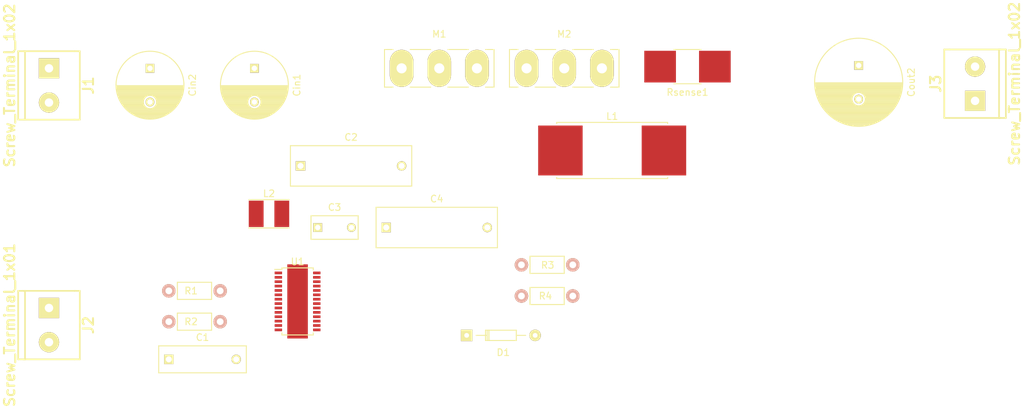
<source format=kicad_pcb>
(kicad_pcb (version 20160815) (host pcbnew no-vcs-found-7471~57~ubuntu16.10.1)

  (general
    (links 49)
    (no_connects 49)
    (area 49.93452 59.4945 234.78932 130.073828)
    (thickness 1.6)
    (drawings 0)
    (tracks 0)
    (zones 0)
    (modules 21)
    (nets 19)
  )

  (page A4)
  (layers
    (0 F.Cu signal)
    (31 B.Cu signal)
    (32 B.Adhes user)
    (33 F.Adhes user)
    (34 B.Paste user)
    (35 F.Paste user)
    (36 B.SilkS user)
    (37 F.SilkS user)
    (38 B.Mask user)
    (39 F.Mask user)
    (40 Dwgs.User user)
    (41 Cmts.User user)
    (42 Eco1.User user)
    (43 Eco2.User user)
    (44 Edge.Cuts user)
    (45 Margin user)
    (46 B.CrtYd user)
    (47 F.CrtYd user)
    (48 B.Fab user)
    (49 F.Fab user hide)
  )

  (setup
    (last_trace_width 0.25)
    (trace_clearance 0.2)
    (zone_clearance 0.508)
    (zone_45_only no)
    (trace_min 0.2)
    (segment_width 0.2)
    (edge_width 0.15)
    (via_size 0.8)
    (via_drill 0.4)
    (via_min_size 0.4)
    (via_min_drill 0.3)
    (uvia_size 0.3)
    (uvia_drill 0.1)
    (uvias_allowed no)
    (uvia_min_size 0.2)
    (uvia_min_drill 0.1)
    (pcb_text_width 0.3)
    (pcb_text_size 1.5 1.5)
    (mod_edge_width 0.15)
    (mod_text_size 1 1)
    (mod_text_width 0.15)
    (pad_size 1.524 1.524)
    (pad_drill 0.762)
    (pad_to_mask_clearance 0.2)
    (aux_axis_origin 0 0)
    (visible_elements FFFFFF7F)
    (pcbplotparams
      (layerselection 0x00030_ffffffff)
      (usegerberextensions false)
      (excludeedgelayer true)
      (linewidth 0.100000)
      (plotframeref false)
      (viasonmask false)
      (mode 1)
      (useauxorigin false)
      (hpglpennumber 1)
      (hpglpenspeed 20)
      (hpglpendiameter 15)
      (psnegative false)
      (psa4output false)
      (plotreference true)
      (plotvalue true)
      (plotinvisibletext false)
      (padsonsilk false)
      (subtractmaskfromsilk false)
      (outputformat 1)
      (mirror false)
      (drillshape 0)
      (scaleselection 1)
      (outputdirectory ""))
  )

  (net 0 "")
  (net 1 GND)
  (net 2 "Net-(C1-Pad1)")
  (net 3 "Net-(J2-Pad1)")
  (net 4 /SW)
  (net 5 /VIN)
  (net 6 /SENSE-)
  (net 7 /SENSE+)
  (net 8 /TG)
  (net 9 /BG)
  (net 10 /RT)
  (net 11 /VC)
  (net 12 /FB)
  (net 13 /AUXBST)
  (net 14 /AUXSW)
  (net 15 /INTVCC)
  (net 16 /BGRTN)
  (net 17 /BOOST)
  (net 18 /AUXSW2)

  (net_class Default "This is the default net class."
    (clearance 0.2)
    (trace_width 0.25)
    (via_dia 0.8)
    (via_drill 0.4)
    (uvia_dia 0.3)
    (uvia_drill 0.1)
    (add_net /AUXBST)
    (add_net /AUXSW)
    (add_net /AUXSW2)
    (add_net /BG)
    (add_net /BGRTN)
    (add_net /BOOST)
    (add_net /FB)
    (add_net /INTVCC)
    (add_net /RT)
    (add_net /SENSE+)
    (add_net /SENSE-)
    (add_net /SW)
    (add_net /TG)
    (add_net /VC)
    (add_net /VIN)
    (add_net GND)
    (add_net "Net-(C1-Pad1)")
    (add_net "Net-(J2-Pad1)")
  )

  (module Diodes_ThroughHole:Diode_DO-35_SOD27_Horizontal_RM10 (layer F.Cu) (tedit 552FFC30) (tstamp 5884EDC5)
    (at 133.85748 119.12854)
    (descr "Diode, DO-35,  SOD27, Horizontal, RM 10mm")
    (tags "Diode, DO-35, SOD27, Horizontal, RM 10mm, 1N4148,")
    (path /5883F2E0)
    (fp_text reference D1 (at 5.43052 2.53746) (layer F.SilkS)
      (effects (font (size 1 1) (thickness 0.15)))
    )
    (fp_text value 1N4448 (at 4.41452 -3.55854) (layer F.Fab)
      (effects (font (size 1 1) (thickness 0.15)))
    )
    (fp_line (start 7.36652 -0.00254) (end 8.76352 -0.00254) (layer F.SilkS) (width 0.15))
    (fp_line (start 2.92152 -0.00254) (end 1.39752 -0.00254) (layer F.SilkS) (width 0.15))
    (fp_line (start 3.30252 -0.76454) (end 3.30252 0.75946) (layer F.SilkS) (width 0.15))
    (fp_line (start 3.04852 -0.76454) (end 3.04852 0.75946) (layer F.SilkS) (width 0.15))
    (fp_line (start 2.79452 -0.00254) (end 2.79452 0.75946) (layer F.SilkS) (width 0.15))
    (fp_line (start 2.79452 0.75946) (end 7.36652 0.75946) (layer F.SilkS) (width 0.15))
    (fp_line (start 7.36652 0.75946) (end 7.36652 -0.76454) (layer F.SilkS) (width 0.15))
    (fp_line (start 7.36652 -0.76454) (end 2.79452 -0.76454) (layer F.SilkS) (width 0.15))
    (fp_line (start 2.79452 -0.76454) (end 2.79452 -0.00254) (layer F.SilkS) (width 0.15))
    (pad 2 thru_hole circle (at 10.16052 -0.00254 180) (size 1.69926 1.69926) (drill 0.70104) (layers *.Cu *.Mask F.SilkS)
      (net 15 /INTVCC))
    (pad 1 thru_hole rect (at 0.00052 -0.00254 180) (size 1.69926 1.69926) (drill 0.70104) (layers *.Cu *.Mask F.SilkS)
      (net 17 /BOOST))
    (model Diodes_ThroughHole.3dshapes/Diode_DO-35_SOD27_Horizontal_RM10.wrl
      (at (xyz 0.2 0 0))
      (scale (xyz 0.4 0.4 0.4))
      (rotate (xyz 0 0 180))
    )
  )

  (module Inductors:Inductor_Vishay_IHSM-5832 (layer F.Cu) (tedit 57554520) (tstamp 5884EDD7)
    (at 155.448 91.694)
    (descr "Inductor, Vishay, Vishay_IHSM-5832, http://www.vishay.com/docs/34020/ihsm5832.pdf, 16.3mmx8.1mm")
    (tags "inductor vishay icsm smd")
    (path /5883F8C9)
    (attr smd)
    (fp_text reference L1 (at 0 -5.065) (layer F.SilkS)
      (effects (font (size 1 1) (thickness 0.15)))
    )
    (fp_text value 5.6uH (at 0 5.565) (layer F.Fab)
      (effects (font (size 1 1) (thickness 0.15)))
    )
    (fp_line (start -11.3 -4.4) (end -11.3 4.4) (layer F.CrtYd) (width 0.05))
    (fp_line (start -11.3 4.4) (end 11.3 4.4) (layer F.CrtYd) (width 0.05))
    (fp_line (start 11.3 4.4) (end 11.3 -4.4) (layer F.CrtYd) (width 0.05))
    (fp_line (start 11.3 -4.4) (end -11.3 -4.4) (layer F.CrtYd) (width 0.05))
    (fp_line (start -8.13 -4.065) (end -8.13 4.065) (layer F.Fab) (width 0.15))
    (fp_line (start -8.13 4.065) (end 8.13 4.065) (layer F.Fab) (width 0.15))
    (fp_line (start 8.13 4.065) (end 8.13 -4.065) (layer F.Fab) (width 0.15))
    (fp_line (start 8.13 -4.065) (end -8.13 -4.065) (layer F.Fab) (width 0.15))
    (fp_line (start -8.23 -4) (end -8.23 -4.165) (layer F.SilkS) (width 0.15))
    (fp_line (start -8.23 -4.165) (end 0 -4.165) (layer F.SilkS) (width 0.15))
    (fp_line (start 8.23 -4) (end 8.23 -4.165) (layer F.SilkS) (width 0.15))
    (fp_line (start 8.23 -4.165) (end 0 -4.165) (layer F.SilkS) (width 0.15))
    (fp_line (start 8.23 4) (end 8.23 4.165) (layer F.SilkS) (width 0.15))
    (fp_line (start 8.23 4.165) (end 0 4.165) (layer F.SilkS) (width 0.15))
    (fp_line (start -8.23 4) (end -8.23 4.165) (layer F.SilkS) (width 0.15))
    (fp_line (start -8.23 4.165) (end 0 4.165) (layer F.SilkS) (width 0.15))
    (pad 1 smd rect (at -7.6815 0) (size 6.6 7.4) (layers F.Cu F.Paste F.Mask)
      (net 4 /SW))
    (pad 2 smd rect (at 7.6815 0) (size 6.6 7.4) (layers F.Cu F.Paste F.Mask)
      (net 7 /SENSE+))
    (model Inductors.3dshapes/Inductor_Vishay_IHSM-5832.wrl
      (at (xyz 0 0 0))
      (scale (xyz 1 1 1))
      (rotate (xyz 0 0 0))
    )
  )

  (module Inductors:Inductor_Taiyo-Yuden_NR-40xx_HandSoldering (layer F.Cu) (tedit 574C3AE3) (tstamp 5884EDDD)
    (at 104.526 101.092)
    (descr "Inductor, Taiyo Yuden, NR series, Taiyo-Yuden_NR-40xx, 4.0mmx4.0mm")
    (tags "inductor taiyo-yuden nr smd")
    (path /5883E6B7)
    (attr smd)
    (fp_text reference L2 (at 0 -3) (layer F.SilkS)
      (effects (font (size 1 1) (thickness 0.15)))
    )
    (fp_text value 33uH (at 0 3.5) (layer F.Fab)
      (effects (font (size 1 1) (thickness 0.15)))
    )
    (fp_line (start -2 0) (end -2 -1.25) (layer F.Fab) (width 0.15))
    (fp_line (start -2 -1.25) (end -1.25 -2) (layer F.Fab) (width 0.15))
    (fp_line (start -1.25 -2) (end 0 -2) (layer F.Fab) (width 0.15))
    (fp_line (start 2 0) (end 2 -1.25) (layer F.Fab) (width 0.15))
    (fp_line (start 2 -1.25) (end 1.25 -2) (layer F.Fab) (width 0.15))
    (fp_line (start 1.25 -2) (end 0 -2) (layer F.Fab) (width 0.15))
    (fp_line (start 2 0) (end 2 1.25) (layer F.Fab) (width 0.15))
    (fp_line (start 2 1.25) (end 1.25 2) (layer F.Fab) (width 0.15))
    (fp_line (start 1.25 2) (end 0 2) (layer F.Fab) (width 0.15))
    (fp_line (start -2 0) (end -2 1.25) (layer F.Fab) (width 0.15))
    (fp_line (start -2 1.25) (end -1.25 2) (layer F.Fab) (width 0.15))
    (fp_line (start -1.25 2) (end 0 2) (layer F.Fab) (width 0.15))
    (fp_line (start -3 -2.1) (end 3 -2.1) (layer F.SilkS) (width 0.15))
    (fp_line (start -3 2.1) (end 3 2.1) (layer F.SilkS) (width 0.15))
    (fp_line (start -3.25 -2.25) (end -3.25 2.25) (layer F.CrtYd) (width 0.05))
    (fp_line (start -3.25 2.25) (end 3.25 2.25) (layer F.CrtYd) (width 0.05))
    (fp_line (start 3.25 2.25) (end 3.25 -2.25) (layer F.CrtYd) (width 0.05))
    (fp_line (start 3.25 -2.25) (end -3.25 -2.25) (layer F.CrtYd) (width 0.05))
    (pad 1 smd rect (at -1.9 0) (size 2.2 3.9) (layers F.Cu F.Paste F.Mask)
      (net 14 /AUXSW))
    (pad 2 smd rect (at 1.9 0) (size 2.2 3.9) (layers F.Cu F.Paste F.Mask)
      (net 18 /AUXSW2))
    (model Inductors.3dshapes/Inductor_Taiyo-Yuden_NR-40xx.wrl
      (at (xyz 0 0 0))
      (scale (xyz 1 1 1))
      (rotate (xyz 0 0 0))
    )
  )

  (module TO_SOT_Packages_THT:TO-247_Vertical_Neutral123_largePads (layer F.Cu) (tedit 0) (tstamp 5884EDE4)
    (at 129.794 79.502)
    (descr "TO-247 TO-218 TOP-3 FET 1=Gate 2=Drain 3=Source Vertical, large Pads")
    (tags "Transistor FET TO-247 TO-218 TOP-3 Vertical")
    (path /5884DFD4)
    (fp_text reference M1 (at 0 -5.08) (layer F.SilkS)
      (effects (font (size 1 1) (thickness 0.15)))
    )
    (fp_text value Q_NMOS_GDS (at -1.016 8.128) (layer F.Fab)
      (effects (font (size 1 1) (thickness 0.15)))
    )
    (fp_line (start -8.128 -2.794) (end -8.128 2.794) (layer F.SilkS) (width 0.15))
    (fp_line (start 8.128 2.794) (end 8.128 -2.794) (layer F.SilkS) (width 0.15))
    (fp_line (start -6.858 -2.794) (end -8.128 -2.794) (layer F.SilkS) (width 0.15))
    (fp_line (start -4.318 -2.794) (end -1.27 -2.794) (layer F.SilkS) (width 0.15))
    (fp_line (start 1.27 -2.794) (end 4.318 -2.794) (layer F.SilkS) (width 0.15))
    (fp_line (start 6.858 -2.794) (end 8.128 -2.794) (layer F.SilkS) (width 0.15))
    (fp_line (start -6.858 2.794) (end -8.128 2.794) (layer F.SilkS) (width 0.15))
    (fp_line (start -4.318 2.794) (end -1.27 2.794) (layer F.SilkS) (width 0.15))
    (fp_line (start 1.27 2.794) (end 4.318 2.794) (layer F.SilkS) (width 0.15))
    (fp_line (start 6.858 2.794) (end 8.128 2.794) (layer F.SilkS) (width 0.15))
    (pad 3 thru_hole oval (at 5.588 0 90) (size 5.50164 3.50012) (drill 1.50114) (layers *.Cu *.Mask F.SilkS)
      (net 4 /SW))
    (pad 1 thru_hole oval (at -5.588 0 90) (size 5.50164 3.50012) (drill 1.50114) (layers *.Cu *.Mask F.SilkS)
      (net 8 /TG))
    (pad 2 thru_hole oval (at 0 0 90) (size 5.50164 3.50012) (drill 1.50114) (layers *.Cu *.Mask F.SilkS)
      (net 5 /VIN))
  )

  (module TO_SOT_Packages_THT:TO-247_Vertical_Neutral123_largePads (layer F.Cu) (tedit 0) (tstamp 5884EDEB)
    (at 148.336 79.502)
    (descr "TO-247 TO-218 TOP-3 FET 1=Gate 2=Drain 3=Source Vertical, large Pads")
    (tags "Transistor FET TO-247 TO-218 TOP-3 Vertical")
    (path /5884E0D3)
    (fp_text reference M2 (at 0 -5.08) (layer F.SilkS)
      (effects (font (size 1 1) (thickness 0.15)))
    )
    (fp_text value Q_NMOS_GDS (at -1.016 8.128) (layer F.Fab)
      (effects (font (size 1 1) (thickness 0.15)))
    )
    (fp_line (start 6.858 2.794) (end 8.128 2.794) (layer F.SilkS) (width 0.15))
    (fp_line (start 1.27 2.794) (end 4.318 2.794) (layer F.SilkS) (width 0.15))
    (fp_line (start -4.318 2.794) (end -1.27 2.794) (layer F.SilkS) (width 0.15))
    (fp_line (start -6.858 2.794) (end -8.128 2.794) (layer F.SilkS) (width 0.15))
    (fp_line (start 6.858 -2.794) (end 8.128 -2.794) (layer F.SilkS) (width 0.15))
    (fp_line (start 1.27 -2.794) (end 4.318 -2.794) (layer F.SilkS) (width 0.15))
    (fp_line (start -4.318 -2.794) (end -1.27 -2.794) (layer F.SilkS) (width 0.15))
    (fp_line (start -6.858 -2.794) (end -8.128 -2.794) (layer F.SilkS) (width 0.15))
    (fp_line (start 8.128 2.794) (end 8.128 -2.794) (layer F.SilkS) (width 0.15))
    (fp_line (start -8.128 -2.794) (end -8.128 2.794) (layer F.SilkS) (width 0.15))
    (pad 2 thru_hole oval (at 0 0 90) (size 5.50164 3.50012) (drill 1.50114) (layers *.Cu *.Mask F.SilkS)
      (net 4 /SW))
    (pad 1 thru_hole oval (at -5.588 0 90) (size 5.50164 3.50012) (drill 1.50114) (layers *.Cu *.Mask F.SilkS)
      (net 9 /BG))
    (pad 3 thru_hole oval (at 5.588 0 90) (size 5.50164 3.50012) (drill 1.50114) (layers *.Cu *.Mask F.SilkS)
      (net 1 GND))
  )

  (module Resistors_ThroughHole:Resistor_Horizontal_RM7mm (layer F.Cu) (tedit 569FCF07) (tstamp 5884EDF1)
    (at 97.282 112.522 180)
    (descr "Resistor, Axial,  RM 7.62mm, 1/3W,")
    (tags "Resistor Axial RM 7.62mm 1/3W R3")
    (path /5883DDB2)
    (fp_text reference R1 (at 4.318 0 180) (layer F.SilkS)
      (effects (font (size 1 1) (thickness 0.15)))
    )
    (fp_text value 49.9k (at 3.81 3.81 180) (layer F.Fab)
      (effects (font (size 1 1) (thickness 0.15)))
    )
    (fp_line (start -1.25 -1.5) (end 8.85 -1.5) (layer F.CrtYd) (width 0.05))
    (fp_line (start -1.25 1.5) (end -1.25 -1.5) (layer F.CrtYd) (width 0.05))
    (fp_line (start 8.85 -1.5) (end 8.85 1.5) (layer F.CrtYd) (width 0.05))
    (fp_line (start -1.25 1.5) (end 8.85 1.5) (layer F.CrtYd) (width 0.05))
    (fp_line (start 1.27 -1.27) (end 6.35 -1.27) (layer F.SilkS) (width 0.15))
    (fp_line (start 6.35 -1.27) (end 6.35 1.27) (layer F.SilkS) (width 0.15))
    (fp_line (start 6.35 1.27) (end 1.27 1.27) (layer F.SilkS) (width 0.15))
    (fp_line (start 1.27 1.27) (end 1.27 -1.27) (layer F.SilkS) (width 0.15))
    (pad 1 thru_hole circle (at 0 0 180) (size 1.99898 1.99898) (drill 1.00076) (layers *.Cu *.SilkS *.Mask)
      (net 10 /RT))
    (pad 2 thru_hole circle (at 7.62 0 180) (size 1.99898 1.99898) (drill 1.00076) (layers *.Cu *.SilkS *.Mask)
      (net 1 GND))
  )

  (module Resistors_ThroughHole:Resistor_Horizontal_RM7mm (layer F.Cu) (tedit 569FCF07) (tstamp 5884EDF7)
    (at 97.282 117.094 180)
    (descr "Resistor, Axial,  RM 7.62mm, 1/3W,")
    (tags "Resistor Axial RM 7.62mm 1/3W R3")
    (path /5883DE5E)
    (fp_text reference R2 (at 4.318 0 180) (layer F.SilkS)
      (effects (font (size 1 1) (thickness 0.15)))
    )
    (fp_text value 20k (at 3.81 3.81 180) (layer F.Fab)
      (effects (font (size 1 1) (thickness 0.15)))
    )
    (fp_line (start 1.27 1.27) (end 1.27 -1.27) (layer F.SilkS) (width 0.15))
    (fp_line (start 6.35 1.27) (end 1.27 1.27) (layer F.SilkS) (width 0.15))
    (fp_line (start 6.35 -1.27) (end 6.35 1.27) (layer F.SilkS) (width 0.15))
    (fp_line (start 1.27 -1.27) (end 6.35 -1.27) (layer F.SilkS) (width 0.15))
    (fp_line (start -1.25 1.5) (end 8.85 1.5) (layer F.CrtYd) (width 0.05))
    (fp_line (start 8.85 -1.5) (end 8.85 1.5) (layer F.CrtYd) (width 0.05))
    (fp_line (start -1.25 1.5) (end -1.25 -1.5) (layer F.CrtYd) (width 0.05))
    (fp_line (start -1.25 -1.5) (end 8.85 -1.5) (layer F.CrtYd) (width 0.05))
    (pad 2 thru_hole circle (at 7.62 0 180) (size 1.99898 1.99898) (drill 1.00076) (layers *.Cu *.SilkS *.Mask)
      (net 2 "Net-(C1-Pad1)"))
    (pad 1 thru_hole circle (at 0 0 180) (size 1.99898 1.99898) (drill 1.00076) (layers *.Cu *.SilkS *.Mask)
      (net 11 /VC))
  )

  (module Resistors_ThroughHole:Resistor_Horizontal_RM7mm (layer F.Cu) (tedit 569FCF07) (tstamp 5884EDFD)
    (at 141.986 108.660563)
    (descr "Resistor, Axial,  RM 7.62mm, 1/3W,")
    (tags "Resistor Axial RM 7.62mm 1/3W R3")
    (path /5883E181)
    (fp_text reference R3 (at 3.891897 0.051437) (layer F.SilkS)
      (effects (font (size 1 1) (thickness 0.15)))
    )
    (fp_text value 100k (at 3.81 3.81) (layer F.Fab)
      (effects (font (size 1 1) (thickness 0.15)))
    )
    (fp_line (start -1.25 -1.5) (end 8.85 -1.5) (layer F.CrtYd) (width 0.05))
    (fp_line (start -1.25 1.5) (end -1.25 -1.5) (layer F.CrtYd) (width 0.05))
    (fp_line (start 8.85 -1.5) (end 8.85 1.5) (layer F.CrtYd) (width 0.05))
    (fp_line (start -1.25 1.5) (end 8.85 1.5) (layer F.CrtYd) (width 0.05))
    (fp_line (start 1.27 -1.27) (end 6.35 -1.27) (layer F.SilkS) (width 0.15))
    (fp_line (start 6.35 -1.27) (end 6.35 1.27) (layer F.SilkS) (width 0.15))
    (fp_line (start 6.35 1.27) (end 1.27 1.27) (layer F.SilkS) (width 0.15))
    (fp_line (start 1.27 1.27) (end 1.27 -1.27) (layer F.SilkS) (width 0.15))
    (pad 1 thru_hole circle (at 0 0) (size 1.99898 1.99898) (drill 1.00076) (layers *.Cu *.SilkS *.Mask)
      (net 12 /FB))
    (pad 2 thru_hole circle (at 7.62 0) (size 1.99898 1.99898) (drill 1.00076) (layers *.Cu *.SilkS *.Mask)
      (net 1 GND))
  )

  (module Resistors_ThroughHole:Resistor_Horizontal_RM7mm (layer F.Cu) (tedit 569FCF07) (tstamp 5884EE03)
    (at 149.606 113.284 180)
    (descr "Resistor, Axial,  RM 7.62mm, 1/3W,")
    (tags "Resistor Axial RM 7.62mm 1/3W R3")
    (path /5883E1EF)
    (fp_text reference R4 (at 4.05892 0 180) (layer F.SilkS)
      (effects (font (size 1 1) (thickness 0.15)))
    )
    (fp_text value 301k (at 3.81 3.81 180) (layer F.Fab)
      (effects (font (size 1 1) (thickness 0.15)))
    )
    (fp_line (start 1.27 1.27) (end 1.27 -1.27) (layer F.SilkS) (width 0.15))
    (fp_line (start 6.35 1.27) (end 1.27 1.27) (layer F.SilkS) (width 0.15))
    (fp_line (start 6.35 -1.27) (end 6.35 1.27) (layer F.SilkS) (width 0.15))
    (fp_line (start 1.27 -1.27) (end 6.35 -1.27) (layer F.SilkS) (width 0.15))
    (fp_line (start -1.25 1.5) (end 8.85 1.5) (layer F.CrtYd) (width 0.05))
    (fp_line (start 8.85 -1.5) (end 8.85 1.5) (layer F.CrtYd) (width 0.05))
    (fp_line (start -1.25 1.5) (end -1.25 -1.5) (layer F.CrtYd) (width 0.05))
    (fp_line (start -1.25 -1.5) (end 8.85 -1.5) (layer F.CrtYd) (width 0.05))
    (pad 2 thru_hole circle (at 7.62 0 180) (size 1.99898 1.99898) (drill 1.00076) (layers *.Cu *.SilkS *.Mask)
      (net 12 /FB))
    (pad 1 thru_hole circle (at 0 0 180) (size 1.99898 1.99898) (drill 1.00076) (layers *.Cu *.SilkS *.Mask)
      (net 6 /SENSE-))
  )

  (module Housings_SSOP:TSSOP-28_4.4x9.7mm_Pitch0.65mm (layer F.Cu) (tedit 5884DC18) (tstamp 5884EE3A)
    (at 108.768 114.087)
    (descr "TSSOP28: plastic thin shrink small outline package; 28 leads; body width 4.4 mm; (see NXP SSOP-TSSOP-VSO-REFLOW.pdf and sot361-1_po.pdf)")
    (tags "SSOP 0.65")
    (path /5883C817)
    (attr smd)
    (fp_text reference U1 (at 0 -5.9) (layer F.SilkS)
      (effects (font (size 1 1) (thickness 0.15)))
    )
    (fp_text value LT3840 (at 0 5.9) (layer F.Fab)
      (effects (font (size 1 1) (thickness 0.15)))
    )
    (fp_line (start -1.2 -4.85) (end 2.2 -4.85) (layer F.Fab) (width 0.15))
    (fp_line (start 2.2 -4.85) (end 2.2 4.85) (layer F.Fab) (width 0.15))
    (fp_line (start 2.2 4.85) (end -2.2 4.85) (layer F.Fab) (width 0.15))
    (fp_line (start -2.2 4.85) (end -2.2 -3.85) (layer F.Fab) (width 0.15))
    (fp_line (start -2.2 -3.85) (end -1.2 -4.85) (layer F.Fab) (width 0.15))
    (fp_line (start -3.65 -5.15) (end -3.65 5.15) (layer F.CrtYd) (width 0.05))
    (fp_line (start 3.65 -5.15) (end 3.65 5.15) (layer F.CrtYd) (width 0.05))
    (fp_line (start -3.65 -5.15) (end 3.65 -5.15) (layer F.CrtYd) (width 0.05))
    (fp_line (start -3.65 5.15) (end 3.65 5.15) (layer F.CrtYd) (width 0.05))
    (fp_line (start -2.325 -4.975) (end -2.325 -4.75) (layer F.SilkS) (width 0.15))
    (fp_line (start 2.325 -4.975) (end 2.325 -4.65) (layer F.SilkS) (width 0.15))
    (fp_line (start 2.325 4.975) (end 2.325 4.65) (layer F.SilkS) (width 0.15))
    (fp_line (start -2.325 4.975) (end -2.325 4.65) (layer F.SilkS) (width 0.15))
    (fp_line (start -2.325 -4.975) (end 2.325 -4.975) (layer F.SilkS) (width 0.15))
    (fp_line (start -2.325 4.975) (end 2.325 4.975) (layer F.SilkS) (width 0.15))
    (fp_line (start -2.325 -4.75) (end -3.4 -4.75) (layer F.SilkS) (width 0.15))
    (pad 1 smd rect (at -2.85 -4.225) (size 1.1 0.4) (layers F.Cu F.Paste F.Mask)
      (net 14 /AUXSW))
    (pad 2 smd rect (at -2.85 -3.575) (size 1.1 0.4) (layers F.Cu F.Paste F.Mask)
      (net 1 GND))
    (pad 3 smd rect (at -2.85 -2.925) (size 1.1 0.4) (layers F.Cu F.Paste F.Mask)
      (net 5 /VIN))
    (pad 4 smd rect (at -2.85 -2.275) (size 1.1 0.4) (layers F.Cu F.Paste F.Mask)
      (net 1 GND))
    (pad 5 smd rect (at -2.85 -1.625) (size 1.1 0.4) (layers F.Cu F.Paste F.Mask)
      (net 10 /RT))
    (pad 6 smd rect (at -2.85 -0.975) (size 1.1 0.4) (layers F.Cu F.Paste F.Mask))
    (pad 7 smd rect (at -2.85 -0.325) (size 1.1 0.4) (layers F.Cu F.Paste F.Mask)
      (net 12 /FB))
    (pad 8 smd rect (at -2.85 0.325) (size 1.1 0.4) (layers F.Cu F.Paste F.Mask)
      (net 11 /VC))
    (pad 9 smd rect (at -2.85 0.975) (size 1.1 0.4) (layers F.Cu F.Paste F.Mask)
      (net 3 "Net-(J2-Pad1)"))
    (pad 10 smd rect (at -2.85 1.625) (size 1.1 0.4) (layers F.Cu F.Paste F.Mask)
      (net 1 GND))
    (pad 11 smd rect (at -2.85 2.275) (size 1.1 0.4) (layers F.Cu F.Paste F.Mask)
      (net 1 GND))
    (pad 12 smd rect (at -2.85 2.925) (size 1.1 0.4) (layers F.Cu F.Paste F.Mask)
      (net 5 /VIN))
    (pad 13 smd rect (at -2.85 3.575) (size 1.1 0.4) (layers F.Cu F.Paste F.Mask)
      (net 5 /VIN))
    (pad 14 smd rect (at -2.85 4.225) (size 1.1 0.4) (layers F.Cu F.Paste F.Mask)
      (net 5 /VIN))
    (pad 15 smd rect (at 2.85 4.225) (size 1.1 0.4) (layers F.Cu F.Paste F.Mask)
      (net 1 GND))
    (pad 16 smd rect (at 2.85 3.575) (size 1.1 0.4) (layers F.Cu F.Paste F.Mask))
    (pad 17 smd rect (at 2.85 2.925) (size 1.1 0.4) (layers F.Cu F.Paste F.Mask))
    (pad 18 smd rect (at 2.85 2.275) (size 1.1 0.4) (layers F.Cu F.Paste F.Mask)
      (net 1 GND))
    (pad 19 smd rect (at 2.85 1.625) (size 1.1 0.4) (layers F.Cu F.Paste F.Mask)
      (net 7 /SENSE+))
    (pad 20 smd rect (at 2.85 0.975) (size 1.1 0.4) (layers F.Cu F.Paste F.Mask)
      (net 6 /SENSE-))
    (pad 21 smd rect (at 2.85 0.325) (size 1.1 0.4) (layers F.Cu F.Paste F.Mask)
      (net 4 /SW))
    (pad 22 smd rect (at 2.85 -0.325) (size 1.1 0.4) (layers F.Cu F.Paste F.Mask)
      (net 8 /TG))
    (pad 23 smd rect (at 2.85 -0.975) (size 1.1 0.4) (layers F.Cu F.Paste F.Mask)
      (net 17 /BOOST))
    (pad 24 smd rect (at 2.85 -1.625) (size 1.1 0.4) (layers F.Cu F.Paste F.Mask)
      (net 16 /BGRTN))
    (pad 25 smd rect (at 2.85 -2.275) (size 1.1 0.4) (layers F.Cu F.Paste F.Mask)
      (net 9 /BG))
    (pad 26 smd rect (at 2.85 -2.925) (size 1.1 0.4) (layers F.Cu F.Paste F.Mask)
      (net 15 /INTVCC))
    (pad 27 smd rect (at 2.85 -3.575) (size 1.1 0.4) (layers F.Cu F.Paste F.Mask)
      (net 18 /AUXSW2))
    (pad 28 smd rect (at 2.85 -4.225) (size 1.1 0.4) (layers F.Cu F.Paste F.Mask)
      (net 13 /AUXBST))
    (pad 29 smd rect (at 0 0) (size 3.05 11) (layers F.Cu F.Paste F.Mask)
      (net 1 GND))
    (model Housings_SSOP.3dshapes/TSSOP-28_4.4x9.7mm_Pitch0.65mm.wrl
      (at (xyz 0 0 0))
      (scale (xyz 1 1 1))
      (rotate (xyz 0 0 0))
    )
  )

  (module Capacitors_ThroughHole:C_Rect_L13_W4_P10 (layer F.Cu) (tedit 0) (tstamp 5885EAAE)
    (at 89.662 122.682)
    (descr "Film Capacitor Length 13 x Width 4mm, Pitch 10mm")
    (tags Capacitor)
    (path /5883DEB8)
    (fp_text reference C1 (at 5 -3.25) (layer F.SilkS)
      (effects (font (size 1 1) (thickness 0.15)))
    )
    (fp_text value 2200pF (at 5 3.25) (layer F.Fab)
      (effects (font (size 1 1) (thickness 0.15)))
    )
    (fp_line (start -1.75 -2.25) (end 11.75 -2.25) (layer F.CrtYd) (width 0.05))
    (fp_line (start 11.75 -2.25) (end 11.75 2.25) (layer F.CrtYd) (width 0.05))
    (fp_line (start 11.75 2.25) (end -1.75 2.25) (layer F.CrtYd) (width 0.05))
    (fp_line (start -1.75 2.25) (end -1.75 -2.25) (layer F.CrtYd) (width 0.05))
    (fp_line (start -1.5 -2) (end 11.5 -2) (layer F.SilkS) (width 0.15))
    (fp_line (start 11.5 -2) (end 11.5 2) (layer F.SilkS) (width 0.15))
    (fp_line (start 11.5 2) (end -1.5 2) (layer F.SilkS) (width 0.15))
    (fp_line (start -1.5 2) (end -1.5 -2) (layer F.SilkS) (width 0.15))
    (pad 1 thru_hole rect (at 0 0) (size 1.4 1.4) (drill 0.9) (layers *.Cu *.Mask F.SilkS)
      (net 2 "Net-(C1-Pad1)"))
    (pad 2 thru_hole circle (at 10 0) (size 1.4 1.4) (drill 0.9) (layers *.Cu *.Mask F.SilkS)
      (net 1 GND))
    (model Capacitors_ThroughHole.3dshapes/C_Rect_L13_W4_P10.wrl
      (at (xyz 0 0 0))
      (scale (xyz 1 1 1))
      (rotate (xyz 0 0 0))
    )
  )

  (module Capacitors_ThroughHole:C_Rect_L18_W6_H12_P15 (layer F.Cu) (tedit 0) (tstamp 5885EAB4)
    (at 109.206 93.98)
    (descr "Film Capacitor Length 18mm x Width 6mm x Height 12mm, Pitch 15mm")
    (tags "Kemet R.46 Capacitor")
    (path /5883E674)
    (fp_text reference C2 (at 7.5 -4.25) (layer F.SilkS)
      (effects (font (size 1 1) (thickness 0.15)))
    )
    (fp_text value 1uF (at 7.5 4.25) (layer F.Fab)
      (effects (font (size 1 1) (thickness 0.15)))
    )
    (fp_line (start -1.5 3) (end -1.5 -3) (layer F.SilkS) (width 0.15))
    (fp_line (start 16.5 3) (end -1.5 3) (layer F.SilkS) (width 0.15))
    (fp_line (start 16.5 -3) (end 16.5 3) (layer F.SilkS) (width 0.15))
    (fp_line (start -1.5 -3) (end 16.5 -3) (layer F.SilkS) (width 0.15))
    (fp_line (start -1.75 3.25) (end -1.75 -3.25) (layer F.CrtYd) (width 0.05))
    (fp_line (start 16.75 3.25) (end -1.75 3.25) (layer F.CrtYd) (width 0.05))
    (fp_line (start 16.75 -3.25) (end 16.75 3.25) (layer F.CrtYd) (width 0.05))
    (fp_line (start -1.75 -3.25) (end 16.75 -3.25) (layer F.CrtYd) (width 0.05))
    (pad 2 thru_hole circle (at 15 0) (size 1.4 1.4) (drill 0.9) (layers *.Cu *.Mask F.SilkS)
      (net 13 /AUXBST))
    (pad 1 thru_hole rect (at 0 0) (size 1.4 1.4) (drill 0.9) (layers *.Cu *.Mask F.SilkS)
      (net 14 /AUXSW))
    (model Capacitors_ThroughHole.3dshapes/C_Rect_L18_W6_H12_P15.wrl
      (at (xyz 0.295276 0 0))
      (scale (xyz 4 4 4))
      (rotate (xyz 0 0 0))
    )
  )

  (module Capacitors_ThroughHole:C_Rect_L7_W3.5_P5 (layer F.Cu) (tedit 0) (tstamp 5885EABA)
    (at 111.76 103.124)
    (descr "Film Capacitor Length 7mm x Width 3.5mm, Pitch 5mm")
    (tags Capacitor)
    (path /5883F0A8)
    (fp_text reference C3 (at 2.5 -3) (layer F.SilkS)
      (effects (font (size 1 1) (thickness 0.15)))
    )
    (fp_text value 4.7uF (at 2.5 3) (layer F.Fab)
      (effects (font (size 1 1) (thickness 0.15)))
    )
    (fp_line (start -1.25 -2) (end 6.25 -2) (layer F.CrtYd) (width 0.05))
    (fp_line (start 6.25 -2) (end 6.25 2) (layer F.CrtYd) (width 0.05))
    (fp_line (start 6.25 2) (end -1.25 2) (layer F.CrtYd) (width 0.05))
    (fp_line (start -1.25 2) (end -1.25 -2) (layer F.CrtYd) (width 0.05))
    (fp_line (start -1 -1.75) (end 6 -1.75) (layer F.SilkS) (width 0.15))
    (fp_line (start 6 -1.75) (end 6 1.75) (layer F.SilkS) (width 0.15))
    (fp_line (start 6 1.75) (end -1 1.75) (layer F.SilkS) (width 0.15))
    (fp_line (start -1 1.75) (end -1 -1.75) (layer F.SilkS) (width 0.15))
    (pad 1 thru_hole rect (at 0 0) (size 1.3 1.3) (drill 0.8) (layers *.Cu *.Mask F.SilkS)
      (net 15 /INTVCC))
    (pad 2 thru_hole circle (at 5 0) (size 1.3 1.3) (drill 0.8) (layers *.Cu *.Mask F.SilkS)
      (net 16 /BGRTN))
  )

  (module Capacitors_ThroughHole:C_Rect_L18_W6_H12_P15 (layer F.Cu) (tedit 0) (tstamp 5885EAC0)
    (at 121.92 103.124)
    (descr "Film Capacitor Length 18mm x Width 6mm x Height 12mm, Pitch 15mm")
    (tags "Kemet R.46 Capacitor")
    (path /5883EEB7)
    (fp_text reference C4 (at 7.5 -4.25) (layer F.SilkS)
      (effects (font (size 1 1) (thickness 0.15)))
    )
    (fp_text value 1uF (at 7.5 4.25) (layer F.Fab)
      (effects (font (size 1 1) (thickness 0.15)))
    )
    (fp_line (start -1.75 -3.25) (end 16.75 -3.25) (layer F.CrtYd) (width 0.05))
    (fp_line (start 16.75 -3.25) (end 16.75 3.25) (layer F.CrtYd) (width 0.05))
    (fp_line (start 16.75 3.25) (end -1.75 3.25) (layer F.CrtYd) (width 0.05))
    (fp_line (start -1.75 3.25) (end -1.75 -3.25) (layer F.CrtYd) (width 0.05))
    (fp_line (start -1.5 -3) (end 16.5 -3) (layer F.SilkS) (width 0.15))
    (fp_line (start 16.5 -3) (end 16.5 3) (layer F.SilkS) (width 0.15))
    (fp_line (start 16.5 3) (end -1.5 3) (layer F.SilkS) (width 0.15))
    (fp_line (start -1.5 3) (end -1.5 -3) (layer F.SilkS) (width 0.15))
    (pad 1 thru_hole rect (at 0 0) (size 1.4 1.4) (drill 0.9) (layers *.Cu *.Mask F.SilkS)
      (net 17 /BOOST))
    (pad 2 thru_hole circle (at 15 0) (size 1.4 1.4) (drill 0.9) (layers *.Cu *.Mask F.SilkS)
      (net 4 /SW))
    (model Capacitors_ThroughHole.3dshapes/C_Rect_L18_W6_H12_P15.wrl
      (at (xyz 0.295276 0 0))
      (scale (xyz 4 4 4))
      (rotate (xyz 0 0 0))
    )
  )

  (module Capacitors_ThroughHole:C_Radial_D10_L13_P5 (layer F.Cu) (tedit 0) (tstamp 5885EAC6)
    (at 102.362 79.502 270)
    (descr "Radial Electrolytic Capacitor Diameter 10mm x Length 13mm, Pitch 5mm")
    (tags "Electrolytic Capacitor")
    (path /5883DBB4)
    (fp_text reference Cin1 (at 2.5 -6.3 270) (layer F.SilkS)
      (effects (font (size 1 1) (thickness 0.15)))
    )
    (fp_text value 68uF (at 2.5 6.3 270) (layer F.Fab)
      (effects (font (size 1 1) (thickness 0.15)))
    )
    (fp_line (start 2.575 -4.999) (end 2.575 4.999) (layer F.SilkS) (width 0.15))
    (fp_line (start 2.715 -4.995) (end 2.715 4.995) (layer F.SilkS) (width 0.15))
    (fp_line (start 2.855 -4.987) (end 2.855 4.987) (layer F.SilkS) (width 0.15))
    (fp_line (start 2.995 -4.975) (end 2.995 4.975) (layer F.SilkS) (width 0.15))
    (fp_line (start 3.135 -4.96) (end 3.135 4.96) (layer F.SilkS) (width 0.15))
    (fp_line (start 3.275 -4.94) (end 3.275 4.94) (layer F.SilkS) (width 0.15))
    (fp_line (start 3.415 -4.916) (end 3.415 4.916) (layer F.SilkS) (width 0.15))
    (fp_line (start 3.555 -4.887) (end 3.555 4.887) (layer F.SilkS) (width 0.15))
    (fp_line (start 3.695 -4.855) (end 3.695 4.855) (layer F.SilkS) (width 0.15))
    (fp_line (start 3.835 -4.818) (end 3.835 4.818) (layer F.SilkS) (width 0.15))
    (fp_line (start 3.975 -4.777) (end 3.975 4.777) (layer F.SilkS) (width 0.15))
    (fp_line (start 4.115 -4.732) (end 4.115 -0.466) (layer F.SilkS) (width 0.15))
    (fp_line (start 4.115 0.466) (end 4.115 4.732) (layer F.SilkS) (width 0.15))
    (fp_line (start 4.255 -4.682) (end 4.255 -0.667) (layer F.SilkS) (width 0.15))
    (fp_line (start 4.255 0.667) (end 4.255 4.682) (layer F.SilkS) (width 0.15))
    (fp_line (start 4.395 -4.627) (end 4.395 -0.796) (layer F.SilkS) (width 0.15))
    (fp_line (start 4.395 0.796) (end 4.395 4.627) (layer F.SilkS) (width 0.15))
    (fp_line (start 4.535 -4.567) (end 4.535 -0.885) (layer F.SilkS) (width 0.15))
    (fp_line (start 4.535 0.885) (end 4.535 4.567) (layer F.SilkS) (width 0.15))
    (fp_line (start 4.675 -4.502) (end 4.675 -0.946) (layer F.SilkS) (width 0.15))
    (fp_line (start 4.675 0.946) (end 4.675 4.502) (layer F.SilkS) (width 0.15))
    (fp_line (start 4.815 -4.432) (end 4.815 -0.983) (layer F.SilkS) (width 0.15))
    (fp_line (start 4.815 0.983) (end 4.815 4.432) (layer F.SilkS) (width 0.15))
    (fp_line (start 4.955 -4.356) (end 4.955 -0.999) (layer F.SilkS) (width 0.15))
    (fp_line (start 4.955 0.999) (end 4.955 4.356) (layer F.SilkS) (width 0.15))
    (fp_line (start 5.095 -4.274) (end 5.095 -0.995) (layer F.SilkS) (width 0.15))
    (fp_line (start 5.095 0.995) (end 5.095 4.274) (layer F.SilkS) (width 0.15))
    (fp_line (start 5.235 -4.186) (end 5.235 -0.972) (layer F.SilkS) (width 0.15))
    (fp_line (start 5.235 0.972) (end 5.235 4.186) (layer F.SilkS) (width 0.15))
    (fp_line (start 5.375 -4.091) (end 5.375 -0.927) (layer F.SilkS) (width 0.15))
    (fp_line (start 5.375 0.927) (end 5.375 4.091) (layer F.SilkS) (width 0.15))
    (fp_line (start 5.515 -3.989) (end 5.515 -0.857) (layer F.SilkS) (width 0.15))
    (fp_line (start 5.515 0.857) (end 5.515 3.989) (layer F.SilkS) (width 0.15))
    (fp_line (start 5.655 -3.879) (end 5.655 -0.756) (layer F.SilkS) (width 0.15))
    (fp_line (start 5.655 0.756) (end 5.655 3.879) (layer F.SilkS) (width 0.15))
    (fp_line (start 5.795 -3.761) (end 5.795 -0.607) (layer F.SilkS) (width 0.15))
    (fp_line (start 5.795 0.607) (end 5.795 3.761) (layer F.SilkS) (width 0.15))
    (fp_line (start 5.935 -3.633) (end 5.935 -0.355) (layer F.SilkS) (width 0.15))
    (fp_line (start 5.935 0.355) (end 5.935 3.633) (layer F.SilkS) (width 0.15))
    (fp_line (start 6.075 -3.496) (end 6.075 3.496) (layer F.SilkS) (width 0.15))
    (fp_line (start 6.215 -3.346) (end 6.215 3.346) (layer F.SilkS) (width 0.15))
    (fp_line (start 6.355 -3.184) (end 6.355 3.184) (layer F.SilkS) (width 0.15))
    (fp_line (start 6.495 -3.007) (end 6.495 3.007) (layer F.SilkS) (width 0.15))
    (fp_line (start 6.635 -2.811) (end 6.635 2.811) (layer F.SilkS) (width 0.15))
    (fp_line (start 6.775 -2.593) (end 6.775 2.593) (layer F.SilkS) (width 0.15))
    (fp_line (start 6.915 -2.347) (end 6.915 2.347) (layer F.SilkS) (width 0.15))
    (fp_line (start 7.055 -2.062) (end 7.055 2.062) (layer F.SilkS) (width 0.15))
    (fp_line (start 7.195 -1.72) (end 7.195 1.72) (layer F.SilkS) (width 0.15))
    (fp_line (start 7.335 -1.274) (end 7.335 1.274) (layer F.SilkS) (width 0.15))
    (fp_line (start 7.475 -0.499) (end 7.475 0.499) (layer F.SilkS) (width 0.15))
    (fp_circle (center 5 0) (end 5 -1) (layer F.SilkS) (width 0.15))
    (fp_circle (center 2.5 0) (end 2.5 -5.0375) (layer F.SilkS) (width 0.15))
    (fp_circle (center 2.5 0) (end 2.5 -5.3) (layer F.CrtYd) (width 0.05))
    (pad 1 thru_hole rect (at 0 0 270) (size 1.3 1.3) (drill 0.8) (layers *.Cu *.Mask F.SilkS)
      (net 5 /VIN))
    (pad 2 thru_hole circle (at 5 0 270) (size 1.3 1.3) (drill 0.8) (layers *.Cu *.Mask F.SilkS)
      (net 1 GND))
    (model Capacitors_ThroughHole.3dshapes/C_Radial_D10_L13_P5.wrl
      (at (xyz 0.0984252 0 0))
      (scale (xyz 1 1 1))
      (rotate (xyz 0 0 90))
    )
  )

  (module Capacitors_ThroughHole:C_Radial_D13_L21_P5 (layer F.Cu) (tedit 0) (tstamp 5885EAD2)
    (at 192.024 79.074 270)
    (descr "Radial Electrolytic Capacitor 13mm x Length 21mm, Pitch 5mm")
    (tags "Electrolytic Capacitor")
    (path /5883FE02)
    (fp_text reference Cout2 (at 2.5 -7.8 270) (layer F.SilkS)
      (effects (font (size 1 1) (thickness 0.15)))
    )
    (fp_text value 270uF (at 2.5 7.8 270) (layer F.Fab)
      (effects (font (size 1 1) (thickness 0.15)))
    )
    (fp_line (start 2.575 -6.5) (end 2.575 6.5) (layer F.SilkS) (width 0.15))
    (fp_line (start 2.715 -6.496) (end 2.715 6.496) (layer F.SilkS) (width 0.15))
    (fp_line (start 2.855 -6.49) (end 2.855 6.49) (layer F.SilkS) (width 0.15))
    (fp_line (start 2.995 -6.481) (end 2.995 6.481) (layer F.SilkS) (width 0.15))
    (fp_line (start 3.135 -6.469) (end 3.135 6.469) (layer F.SilkS) (width 0.15))
    (fp_line (start 3.275 -6.454) (end 3.275 6.454) (layer F.SilkS) (width 0.15))
    (fp_line (start 3.415 -6.435) (end 3.415 6.435) (layer F.SilkS) (width 0.15))
    (fp_line (start 3.555 -6.414) (end 3.555 6.414) (layer F.SilkS) (width 0.15))
    (fp_line (start 3.695 -6.389) (end 3.695 6.389) (layer F.SilkS) (width 0.15))
    (fp_line (start 3.835 -6.361) (end 3.835 6.361) (layer F.SilkS) (width 0.15))
    (fp_line (start 3.975 -6.33) (end 3.975 6.33) (layer F.SilkS) (width 0.15))
    (fp_line (start 4.115 -6.296) (end 4.115 -0.466) (layer F.SilkS) (width 0.15))
    (fp_line (start 4.115 0.466) (end 4.115 6.296) (layer F.SilkS) (width 0.15))
    (fp_line (start 4.255 -6.259) (end 4.255 -0.667) (layer F.SilkS) (width 0.15))
    (fp_line (start 4.255 0.667) (end 4.255 6.259) (layer F.SilkS) (width 0.15))
    (fp_line (start 4.395 -6.218) (end 4.395 -0.796) (layer F.SilkS) (width 0.15))
    (fp_line (start 4.395 0.796) (end 4.395 6.218) (layer F.SilkS) (width 0.15))
    (fp_line (start 4.535 -6.173) (end 4.535 -0.885) (layer F.SilkS) (width 0.15))
    (fp_line (start 4.535 0.885) (end 4.535 6.173) (layer F.SilkS) (width 0.15))
    (fp_line (start 4.675 -6.125) (end 4.675 -0.946) (layer F.SilkS) (width 0.15))
    (fp_line (start 4.675 0.946) (end 4.675 6.125) (layer F.SilkS) (width 0.15))
    (fp_line (start 4.815 -6.074) (end 4.815 -0.983) (layer F.SilkS) (width 0.15))
    (fp_line (start 4.815 0.983) (end 4.815 6.074) (layer F.SilkS) (width 0.15))
    (fp_line (start 4.955 -6.019) (end 4.955 -0.999) (layer F.SilkS) (width 0.15))
    (fp_line (start 4.955 0.999) (end 4.955 6.019) (layer F.SilkS) (width 0.15))
    (fp_line (start 5.095 -5.96) (end 5.095 -0.995) (layer F.SilkS) (width 0.15))
    (fp_line (start 5.095 0.995) (end 5.095 5.96) (layer F.SilkS) (width 0.15))
    (fp_line (start 5.235 -5.897) (end 5.235 -0.972) (layer F.SilkS) (width 0.15))
    (fp_line (start 5.235 0.972) (end 5.235 5.897) (layer F.SilkS) (width 0.15))
    (fp_line (start 5.375 -5.83) (end 5.375 -0.927) (layer F.SilkS) (width 0.15))
    (fp_line (start 5.375 0.927) (end 5.375 5.83) (layer F.SilkS) (width 0.15))
    (fp_line (start 5.515 -5.758) (end 5.515 -0.857) (layer F.SilkS) (width 0.15))
    (fp_line (start 5.515 0.857) (end 5.515 5.758) (layer F.SilkS) (width 0.15))
    (fp_line (start 5.655 -5.683) (end 5.655 -0.756) (layer F.SilkS) (width 0.15))
    (fp_line (start 5.655 0.756) (end 5.655 5.683) (layer F.SilkS) (width 0.15))
    (fp_line (start 5.795 -5.603) (end 5.795 -0.607) (layer F.SilkS) (width 0.15))
    (fp_line (start 5.795 0.607) (end 5.795 5.603) (layer F.SilkS) (width 0.15))
    (fp_line (start 5.935 -5.518) (end 5.935 -0.355) (layer F.SilkS) (width 0.15))
    (fp_line (start 5.935 0.355) (end 5.935 5.518) (layer F.SilkS) (width 0.15))
    (fp_line (start 6.075 -5.429) (end 6.075 5.429) (layer F.SilkS) (width 0.15))
    (fp_line (start 6.215 -5.334) (end 6.215 5.334) (layer F.SilkS) (width 0.15))
    (fp_line (start 6.355 -5.233) (end 6.355 5.233) (layer F.SilkS) (width 0.15))
    (fp_line (start 6.495 -5.127) (end 6.495 5.127) (layer F.SilkS) (width 0.15))
    (fp_line (start 6.635 -5.015) (end 6.635 5.015) (layer F.SilkS) (width 0.15))
    (fp_line (start 6.775 -4.896) (end 6.775 4.896) (layer F.SilkS) (width 0.15))
    (fp_line (start 6.915 -4.771) (end 6.915 4.771) (layer F.SilkS) (width 0.15))
    (fp_line (start 7.055 -4.637) (end 7.055 4.637) (layer F.SilkS) (width 0.15))
    (fp_line (start 7.195 -4.495) (end 7.195 4.495) (layer F.SilkS) (width 0.15))
    (fp_line (start 7.335 -4.344) (end 7.335 4.344) (layer F.SilkS) (width 0.15))
    (fp_line (start 7.475 -4.183) (end 7.475 4.183) (layer F.SilkS) (width 0.15))
    (fp_line (start 7.615 -4.011) (end 7.615 4.011) (layer F.SilkS) (width 0.15))
    (fp_line (start 7.755 -3.826) (end 7.755 3.826) (layer F.SilkS) (width 0.15))
    (fp_line (start 7.895 -3.625) (end 7.895 3.625) (layer F.SilkS) (width 0.15))
    (fp_line (start 8.035 -3.408) (end 8.035 3.408) (layer F.SilkS) (width 0.15))
    (fp_line (start 8.175 -3.169) (end 8.175 3.169) (layer F.SilkS) (width 0.15))
    (fp_line (start 8.315 -2.904) (end 8.315 2.904) (layer F.SilkS) (width 0.15))
    (fp_line (start 8.455 -2.605) (end 8.455 2.605) (layer F.SilkS) (width 0.15))
    (fp_line (start 8.595 -2.259) (end 8.595 2.259) (layer F.SilkS) (width 0.15))
    (fp_line (start 8.735 -1.837) (end 8.735 1.837) (layer F.SilkS) (width 0.15))
    (fp_line (start 8.875 -1.269) (end 8.875 1.269) (layer F.SilkS) (width 0.15))
    (fp_circle (center 5 0) (end 5 -1) (layer F.SilkS) (width 0.15))
    (fp_circle (center 2.5 0) (end 2.5 -6.5375) (layer F.SilkS) (width 0.15))
    (fp_circle (center 2.5 0) (end 2.5 -6.8) (layer F.CrtYd) (width 0.05))
    (pad 1 thru_hole rect (at 0 0 270) (size 1.3 1.3) (drill 0.8) (layers *.Cu *.Mask F.SilkS)
      (net 6 /SENSE-))
    (pad 2 thru_hole circle (at 5 0 270) (size 1.3 1.3) (drill 0.8) (layers *.Cu *.Mask F.SilkS)
      (net 1 GND))
    (model Capacitors_ThroughHole.3dshapes/C_Radial_D13_L21_P5.wrl
      (at (xyz 0.0984252 0 0))
      (scale (xyz 1 1 1))
      (rotate (xyz 0 0 90))
    )
  )

  (module w_conn_screw:mors_2p (layer F.Cu) (tedit 0) (tstamp 5885EAD8)
    (at 71.882 117.602 270)
    (descr "Terminal block 2 pins")
    (tags DEV)
    (path /5884E36D)
    (fp_text reference J2 (at 0 -5.842 270) (layer F.SilkS)
      (effects (font (thickness 0.3048)))
    )
    (fp_text value Screw_Terminal_1x01 (at 0 5.842 270) (layer F.SilkS)
      (effects (font (thickness 0.3048)))
    )
    (fp_line (start 5.08 -3.81) (end 5.08 -4.572) (layer F.SilkS) (width 0.254))
    (fp_line (start 5.08 -4.572) (end -5.08 -4.572) (layer F.SilkS) (width 0.254))
    (fp_line (start -5.08 -4.572) (end -5.08 -3.81) (layer F.SilkS) (width 0.254))
    (fp_line (start 5.08 4.572) (end -5.08 4.572) (layer F.SilkS) (width 0.254))
    (fp_line (start -5.08 4.572) (end -5.08 3.556) (layer F.SilkS) (width 0.254))
    (fp_line (start -5.08 3.556) (end 5.08 3.556) (layer F.SilkS) (width 0.254))
    (fp_line (start 5.08 3.556) (end 5.08 4.572) (layer F.SilkS) (width 0.254))
    (fp_line (start 5.08 3.81) (end 5.08 -3.81) (layer F.SilkS) (width 0.254))
    (fp_line (start -5.08 -3.81) (end -5.08 3.81) (layer F.SilkS) (width 0.254))
    (pad 1 thru_hole rect (at -2.54 0 270) (size 2.99974 2.99974) (drill 1.24968) (layers *.Cu *.Mask F.SilkS)
      (net 3 "Net-(J2-Pad1)"))
    (pad 2 thru_hole circle (at 2.54 0 270) (size 2.99974 2.99974) (drill 1.24968) (layers *.Cu *.Mask F.SilkS))
    (model walter/conn_screw/mors_2p.wrl
      (at (xyz 0 0 0))
      (scale (xyz 1 1 1))
      (rotate (xyz 0 0 0))
    )
  )

  (module w_conn_screw:mors_2p (layer F.Cu) (tedit 0) (tstamp 5885EBD5)
    (at 71.882 82.042 270)
    (descr "Terminal block 2 pins")
    (tags DEV)
    (path /5883DB24)
    (fp_text reference J1 (at 0 -5.842 270) (layer F.SilkS)
      (effects (font (thickness 0.3048)))
    )
    (fp_text value Screw_Terminal_1x02 (at 0 5.842 270) (layer F.SilkS)
      (effects (font (thickness 0.3048)))
    )
    (fp_line (start 5.08 -3.81) (end 5.08 -4.572) (layer F.SilkS) (width 0.254))
    (fp_line (start 5.08 -4.572) (end -5.08 -4.572) (layer F.SilkS) (width 0.254))
    (fp_line (start -5.08 -4.572) (end -5.08 -3.81) (layer F.SilkS) (width 0.254))
    (fp_line (start 5.08 4.572) (end -5.08 4.572) (layer F.SilkS) (width 0.254))
    (fp_line (start -5.08 4.572) (end -5.08 3.556) (layer F.SilkS) (width 0.254))
    (fp_line (start -5.08 3.556) (end 5.08 3.556) (layer F.SilkS) (width 0.254))
    (fp_line (start 5.08 3.556) (end 5.08 4.572) (layer F.SilkS) (width 0.254))
    (fp_line (start 5.08 3.81) (end 5.08 -3.81) (layer F.SilkS) (width 0.254))
    (fp_line (start -5.08 -3.81) (end -5.08 3.81) (layer F.SilkS) (width 0.254))
    (pad 1 thru_hole rect (at -2.54 0 270) (size 2.99974 2.99974) (drill 1.24968) (layers *.Cu *.Mask F.SilkS)
      (net 5 /VIN))
    (pad 2 thru_hole circle (at 2.54 0 270) (size 2.99974 2.99974) (drill 1.24968) (layers *.Cu *.Mask F.SilkS)
      (net 1 GND))
    (model walter/conn_screw/mors_2p.wrl
      (at (xyz 0 0 0))
      (scale (xyz 1 1 1))
      (rotate (xyz 0 0 0))
    )
  )

  (module w_conn_screw:mors_2p (layer F.Cu) (tedit 0) (tstamp 5885EBDA)
    (at 209.296 81.788 90)
    (descr "Terminal block 2 pins")
    (tags DEV)
    (path /58840192)
    (fp_text reference J3 (at 0 -5.842 90) (layer F.SilkS)
      (effects (font (thickness 0.3048)))
    )
    (fp_text value Screw_Terminal_1x02 (at 0 5.842 90) (layer F.SilkS)
      (effects (font (thickness 0.3048)))
    )
    (fp_line (start 5.08 -3.81) (end 5.08 -4.572) (layer F.SilkS) (width 0.254))
    (fp_line (start 5.08 -4.572) (end -5.08 -4.572) (layer F.SilkS) (width 0.254))
    (fp_line (start -5.08 -4.572) (end -5.08 -3.81) (layer F.SilkS) (width 0.254))
    (fp_line (start 5.08 4.572) (end -5.08 4.572) (layer F.SilkS) (width 0.254))
    (fp_line (start -5.08 4.572) (end -5.08 3.556) (layer F.SilkS) (width 0.254))
    (fp_line (start -5.08 3.556) (end 5.08 3.556) (layer F.SilkS) (width 0.254))
    (fp_line (start 5.08 3.556) (end 5.08 4.572) (layer F.SilkS) (width 0.254))
    (fp_line (start 5.08 3.81) (end 5.08 -3.81) (layer F.SilkS) (width 0.254))
    (fp_line (start -5.08 -3.81) (end -5.08 3.81) (layer F.SilkS) (width 0.254))
    (pad 1 thru_hole rect (at -2.54 0 90) (size 2.99974 2.99974) (drill 1.24968) (layers *.Cu *.Mask F.SilkS)
      (net 1 GND))
    (pad 2 thru_hole circle (at 2.54 0 90) (size 2.99974 2.99974) (drill 1.24968) (layers *.Cu *.Mask F.SilkS)
      (net 6 /SENSE-))
    (model walter/conn_screw/mors_2p.wrl
      (at (xyz 0 0 0))
      (scale (xyz 1 1 1))
      (rotate (xyz 0 0 0))
    )
  )

  (module Capacitors_ThroughHole:C_Radial_D10_L13_P5 (layer F.Cu) (tedit 0) (tstamp 5885EBE6)
    (at 86.868 79.502 270)
    (descr "Radial Electrolytic Capacitor Diameter 10mm x Length 13mm, Pitch 5mm")
    (tags "Electrolytic Capacitor")
    (path /5883DBDA)
    (fp_text reference Cin2 (at 2.5 -6.3 270) (layer F.SilkS)
      (effects (font (size 1 1) (thickness 0.15)))
    )
    (fp_text value 68uF (at 2.5 6.3 270) (layer F.Fab)
      (effects (font (size 1 1) (thickness 0.15)))
    )
    (fp_line (start 2.575 -4.999) (end 2.575 4.999) (layer F.SilkS) (width 0.15))
    (fp_line (start 2.715 -4.995) (end 2.715 4.995) (layer F.SilkS) (width 0.15))
    (fp_line (start 2.855 -4.987) (end 2.855 4.987) (layer F.SilkS) (width 0.15))
    (fp_line (start 2.995 -4.975) (end 2.995 4.975) (layer F.SilkS) (width 0.15))
    (fp_line (start 3.135 -4.96) (end 3.135 4.96) (layer F.SilkS) (width 0.15))
    (fp_line (start 3.275 -4.94) (end 3.275 4.94) (layer F.SilkS) (width 0.15))
    (fp_line (start 3.415 -4.916) (end 3.415 4.916) (layer F.SilkS) (width 0.15))
    (fp_line (start 3.555 -4.887) (end 3.555 4.887) (layer F.SilkS) (width 0.15))
    (fp_line (start 3.695 -4.855) (end 3.695 4.855) (layer F.SilkS) (width 0.15))
    (fp_line (start 3.835 -4.818) (end 3.835 4.818) (layer F.SilkS) (width 0.15))
    (fp_line (start 3.975 -4.777) (end 3.975 4.777) (layer F.SilkS) (width 0.15))
    (fp_line (start 4.115 -4.732) (end 4.115 -0.466) (layer F.SilkS) (width 0.15))
    (fp_line (start 4.115 0.466) (end 4.115 4.732) (layer F.SilkS) (width 0.15))
    (fp_line (start 4.255 -4.682) (end 4.255 -0.667) (layer F.SilkS) (width 0.15))
    (fp_line (start 4.255 0.667) (end 4.255 4.682) (layer F.SilkS) (width 0.15))
    (fp_line (start 4.395 -4.627) (end 4.395 -0.796) (layer F.SilkS) (width 0.15))
    (fp_line (start 4.395 0.796) (end 4.395 4.627) (layer F.SilkS) (width 0.15))
    (fp_line (start 4.535 -4.567) (end 4.535 -0.885) (layer F.SilkS) (width 0.15))
    (fp_line (start 4.535 0.885) (end 4.535 4.567) (layer F.SilkS) (width 0.15))
    (fp_line (start 4.675 -4.502) (end 4.675 -0.946) (layer F.SilkS) (width 0.15))
    (fp_line (start 4.675 0.946) (end 4.675 4.502) (layer F.SilkS) (width 0.15))
    (fp_line (start 4.815 -4.432) (end 4.815 -0.983) (layer F.SilkS) (width 0.15))
    (fp_line (start 4.815 0.983) (end 4.815 4.432) (layer F.SilkS) (width 0.15))
    (fp_line (start 4.955 -4.356) (end 4.955 -0.999) (layer F.SilkS) (width 0.15))
    (fp_line (start 4.955 0.999) (end 4.955 4.356) (layer F.SilkS) (width 0.15))
    (fp_line (start 5.095 -4.274) (end 5.095 -0.995) (layer F.SilkS) (width 0.15))
    (fp_line (start 5.095 0.995) (end 5.095 4.274) (layer F.SilkS) (width 0.15))
    (fp_line (start 5.235 -4.186) (end 5.235 -0.972) (layer F.SilkS) (width 0.15))
    (fp_line (start 5.235 0.972) (end 5.235 4.186) (layer F.SilkS) (width 0.15))
    (fp_line (start 5.375 -4.091) (end 5.375 -0.927) (layer F.SilkS) (width 0.15))
    (fp_line (start 5.375 0.927) (end 5.375 4.091) (layer F.SilkS) (width 0.15))
    (fp_line (start 5.515 -3.989) (end 5.515 -0.857) (layer F.SilkS) (width 0.15))
    (fp_line (start 5.515 0.857) (end 5.515 3.989) (layer F.SilkS) (width 0.15))
    (fp_line (start 5.655 -3.879) (end 5.655 -0.756) (layer F.SilkS) (width 0.15))
    (fp_line (start 5.655 0.756) (end 5.655 3.879) (layer F.SilkS) (width 0.15))
    (fp_line (start 5.795 -3.761) (end 5.795 -0.607) (layer F.SilkS) (width 0.15))
    (fp_line (start 5.795 0.607) (end 5.795 3.761) (layer F.SilkS) (width 0.15))
    (fp_line (start 5.935 -3.633) (end 5.935 -0.355) (layer F.SilkS) (width 0.15))
    (fp_line (start 5.935 0.355) (end 5.935 3.633) (layer F.SilkS) (width 0.15))
    (fp_line (start 6.075 -3.496) (end 6.075 3.496) (layer F.SilkS) (width 0.15))
    (fp_line (start 6.215 -3.346) (end 6.215 3.346) (layer F.SilkS) (width 0.15))
    (fp_line (start 6.355 -3.184) (end 6.355 3.184) (layer F.SilkS) (width 0.15))
    (fp_line (start 6.495 -3.007) (end 6.495 3.007) (layer F.SilkS) (width 0.15))
    (fp_line (start 6.635 -2.811) (end 6.635 2.811) (layer F.SilkS) (width 0.15))
    (fp_line (start 6.775 -2.593) (end 6.775 2.593) (layer F.SilkS) (width 0.15))
    (fp_line (start 6.915 -2.347) (end 6.915 2.347) (layer F.SilkS) (width 0.15))
    (fp_line (start 7.055 -2.062) (end 7.055 2.062) (layer F.SilkS) (width 0.15))
    (fp_line (start 7.195 -1.72) (end 7.195 1.72) (layer F.SilkS) (width 0.15))
    (fp_line (start 7.335 -1.274) (end 7.335 1.274) (layer F.SilkS) (width 0.15))
    (fp_line (start 7.475 -0.499) (end 7.475 0.499) (layer F.SilkS) (width 0.15))
    (fp_circle (center 5 0) (end 5 -1) (layer F.SilkS) (width 0.15))
    (fp_circle (center 2.5 0) (end 2.5 -5.0375) (layer F.SilkS) (width 0.15))
    (fp_circle (center 2.5 0) (end 2.5 -5.3) (layer F.CrtYd) (width 0.05))
    (pad 1 thru_hole rect (at 0 0 270) (size 1.3 1.3) (drill 0.8) (layers *.Cu *.Mask F.SilkS)
      (net 5 /VIN))
    (pad 2 thru_hole circle (at 5 0 270) (size 1.3 1.3) (drill 0.8) (layers *.Cu *.Mask F.SilkS)
      (net 1 GND))
    (model Capacitors_ThroughHole.3dshapes/C_Radial_D10_L13_P5.wrl
      (at (xyz 0.0984252 0 0))
      (scale (xyz 1 1 1))
      (rotate (xyz 0 0 90))
    )
  )

  (module Resistors_SMD:R_2816_HandSoldering (layer F.Cu) (tedit 556FBD67) (tstamp 5885ED66)
    (at 166.624 79.248 180)
    (descr "Resistor SMD 2816, hand soldering, Vishay (see WSL-VISHAY.PDF)")
    (tags "resistor 2816")
    (path /5883FB03)
    (attr smd)
    (fp_text reference Rsense1 (at 0 -3.81 180) (layer F.SilkS)
      (effects (font (size 1 1) (thickness 0.15)))
    )
    (fp_text value 5m (at 0 3.81 180) (layer F.Fab)
      (effects (font (size 1 1) (thickness 0.15)))
    )
    (fp_line (start -6.604 -2.794) (end 6.604 -2.794) (layer F.CrtYd) (width 0.05))
    (fp_line (start 6.604 -2.794) (end 6.604 2.794) (layer F.CrtYd) (width 0.05))
    (fp_line (start 6.604 2.794) (end -6.604 2.794) (layer F.CrtYd) (width 0.05))
    (fp_line (start -6.604 2.794) (end -6.604 -2.794) (layer F.CrtYd) (width 0.05))
    (fp_line (start -2.032 2.54) (end 2.032 2.54) (layer F.SilkS) (width 0.15))
    (fp_line (start -2.032 -2.54) (end 2.032 -2.54) (layer F.SilkS) (width 0.15))
    (pad 1 smd rect (at -4.064 0 180) (size 4.7 4.7) (layers F.Cu F.Paste F.Mask)
      (net 6 /SENSE-))
    (pad 2 smd rect (at 4.064 0 180) (size 4.7 4.7) (layers F.Cu F.Paste F.Mask)
      (net 7 /SENSE+))
  )

)

</source>
